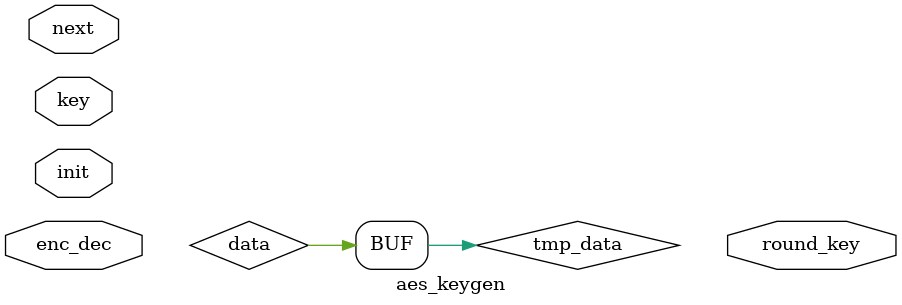
<source format=v>

module aes_keygen(
                  input wire [127 : 0]  key,
                  input wire            enc_dec,
                  input wire            init,
                  input wire            next,
                  output wire [127 : 0] round_key
                 );

  
  //----------------------------------------------------------------
  // Parameters.
  //----------------------------------------------------------------
  
  parameter NUM_ROUNDS = 10;
  
  parameter CTRL_IDLE = 0;
  parameter CTRL_INIT = 1;
  parameter CTRL_NEXT = 2;
  parameter CTRL_DONE = 3;

  
  //----------------------------------------------------------------
  // Registers.
  //----------------------------------------------------------------
  reg [127 : 0] key_mem [0 : 9];
  reg           key_mem_we;

  reg [3 : 0] round_ctr_reg;
  reg [3 : 0] round_ctr_new;
  reg         round_ctr_rst;
  reg         round_ctr_dec;
  reg         round_ctr_inc;
  reg         round_ctr_we;
  
  reg [2 : 0] round_ctrl_reg;
  reg [2 : 0] round_ctrl_reg;
  reg         round_ctrl_we;
  

  //----------------------------------------------------------------
  // Wires.
  //----------------------------------------------------------------


  //----------------------------------------------------------------
  // Concurrent assignments for ports.
  //----------------------------------------------------------------
  assign data = tmp_data;
  
    
  //----------------------------------------------------------------
  // reg_update
  //
  // Update functionality for all registers in the core.
  // All registers are positive edge triggered with synchronous
  // active low reset. All registers have write enable.
  //----------------------------------------------------------------
  always @ (posedge clk)
    begin: reg_update
      if (!reset_n)
        begin
          
          round_ctr_reg <= 4'h0;
        end
      else
        begin
          if (round_ctr_we)
            begin
              round_ctr_reg <= round_ctr_new;
            end
          
          if (key_mem_we)
            begin
              key_mem[round_ctr_reg] = key_mem_new;
            end

          if (keygen_ctrl_we)
            begin
              keygen_ctrl_reg <= keygen_ctrl_new;
            end
        end
    end // reg_update

endmodule // aes_keygen

//======================================================================
// EOF aes_keygen.v
//======================================================================

</source>
